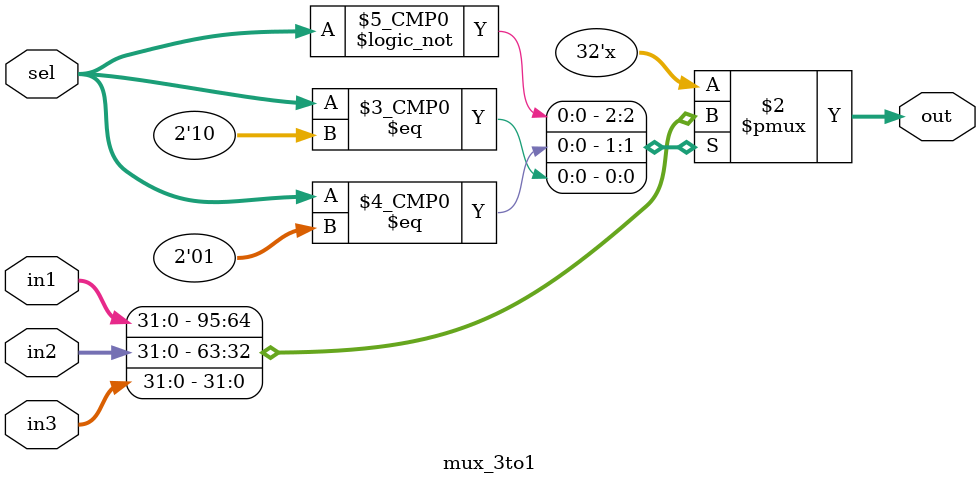
<source format=v>
`timescale 1ns/1ps

module mux_3to1(sel, in1, in2, in3, out);

    input [31:0] in1, in2, in3;
    input [1:0] sel;
    output reg [31:0] out;

    always@(*) begin

        case(sel)
            2'b00: out <= in1;
            2'b01: out <= in2;
            2'b10: out <= in3;
        endcase

    end
endmodule
</source>
